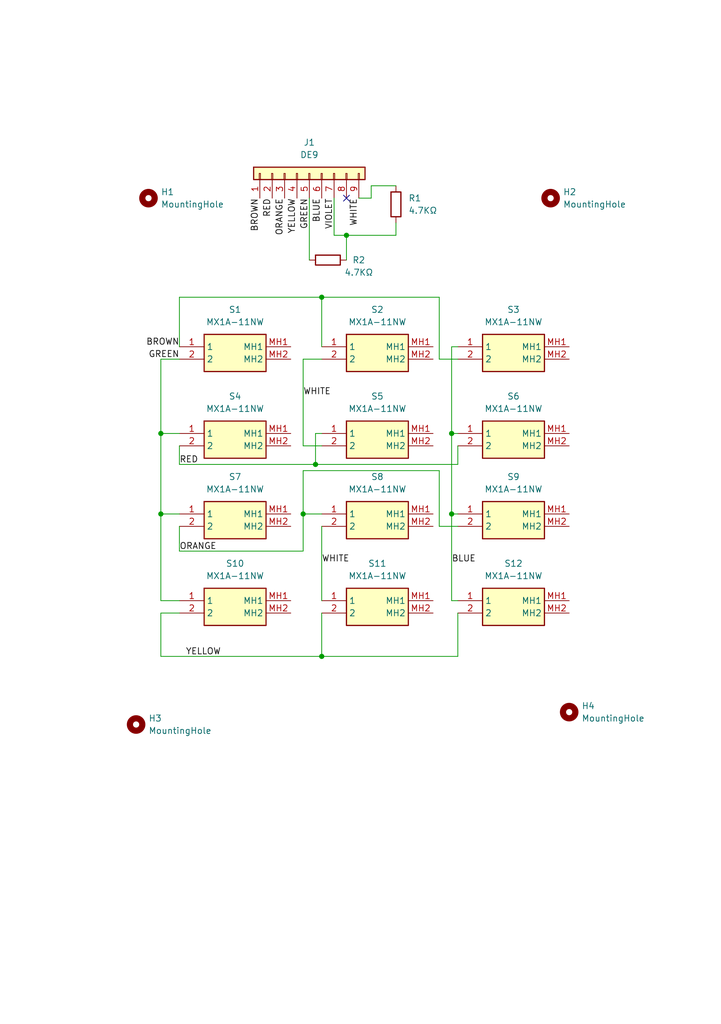
<source format=kicad_sch>
(kicad_sch (version 20230121) (generator eeschema)
  (paper "A5" portrait)
  (title_block (title "ATARI Video Touch Pad") (date "2023-09-12") (rev "INITIAL") (company "Brett Hallen") (comment 1 "youtube.com/@brfff"))
  (lib_symbols
    (symbol "Connector_Generic:Conn_01x09" (pin_names (offset 1.016) hide)
      (property "Reference" "J" (at 0 12.7 0))
      (property "Value" "Conn_01x09" (at 0 -12.7 0))
      (symbol "Conn_01x09_1_1"
        (rectangle (start -1.27 -10.033) (end 0 -10.287) (stroke (width 0.1524)))
        (rectangle (start -1.27 -7.493) (end 0 -7.747) (stroke (width 0.1524)))
        (rectangle (start -1.27 -4.953) (end 0 -5.207) (stroke (width 0.1524)))
        (rectangle (start -1.27 -2.413) (end 0 -2.667) (stroke (width 0.1524)))
        (rectangle (start -1.27 0.127) (end 0 -0.127) (stroke (width 0.1524)))
        (rectangle (start -1.27 2.667) (end 0 2.413) (stroke (width 0.1524)))
        (rectangle (start -1.27 5.207) (end 0 4.953) (stroke (width 0.1524)))
        (rectangle (start -1.27 7.747) (end 0 7.493) (stroke (width 0.1524)))
        (rectangle (start -1.27 10.287) (end 0 10.033) (stroke (width 0.1524)))
        (rectangle (start -1.27 11.43) (end 1.27 -11.43) (stroke (width 0.254)) (fill (type background)))
        (pin passive line (at -5.08 10.16 0) (length 3.81) (name "Pin_1") (number "1"))
        (pin passive line (at -5.08 7.62 0) (length 3.81) (name "Pin_2") (number "2"))
        (pin passive line (at -5.08 5.08 0) (length 3.81) (name "Pin_3") (number "3"))
        (pin passive line (at -5.08 2.54 0) (length 3.81) (name "Pin_4") (number "4"))
        (pin passive line (at -5.08 0 0) (length 3.81) (name "Pin_5") (number "5"))
        (pin passive line (at -5.08 -2.54 0) (length 3.81) (name "Pin_6") (number "6"))
        (pin passive line (at -5.08 -5.08 0) (length 3.81) (name "Pin_7") (number "7"))
        (pin passive line (at -5.08 -7.62 0) (length 3.81) (name "Pin_8") (number "8"))
        (pin passive line (at -5.08 -10.16 0) (length 3.81) (name "Pin_9") (number "9"))
      )
    )
    (symbol "Device:R" (pin_numbers hide) (pin_names (offset 0))
      (property "Reference" "R" (at 2.032 0 90))
      (property "Value" "R" (at 0 0 90))
      (symbol "R_0_1"
        (rectangle (start -1.016 -2.54) (end 1.016 2.54) (stroke (width 0.254)))
      )
      (symbol "R_1_1"
        (pin passive line (at 0 3.81 270) (length 1.27) (name "~") (number "1"))
        (pin passive line (at 0 -3.81 90) (length 1.27) (name "~") (number "2"))
      )
    )
    (symbol "MX1A-11NW:MX1A-11NW"
      (property "Reference" "S" (at 19.05 7.62 0))
      (property "Value" "MX1A-11NW" (at 19.05 5.08 0))
      (symbol "MX1A-11NW_1_1"
        (rectangle (start 5.08 2.54) (end 17.78 -5.08) (stroke (width 0.254)) (fill (type background)))
        (pin passive line (at 0 0 0) (length 5.08) (name "1") (number "1"))
        (pin passive line (at 0 -2.54 0) (length 5.08) (name "2") (number "2"))
        (pin passive line (at 22.86 0 180) (length 5.08) (name "MH1") (number "MH1"))
        (pin passive line (at 22.86 -2.54 180) (length 5.08) (name "MH2") (number "MH2"))
      )
    )
    (symbol "Mechanical:MountingHole" (pin_names (offset 1.016))
      (property "Reference" "H" (at 0 5.08 0))
      (property "Value" "MountingHole" (at 0 3.175 0))
      (symbol "MountingHole_0_1"
        (circle (center 0 0) (radius 1.27) (stroke (width 1.27)))
      )
    )
  )
  (junction (at 92.71 105.41))
  (junction (at 92.71 88.9))
  (junction (at 71.12 48.26))
  (junction (at 33.02 105.41))
  (junction (at 33.02 88.9))
  (junction (at 66.04 134.62))
  (junction (at 62.23 105.41))
  (junction (at 64.77 95.25))
  (junction (at 66.04 60.96))
  (no_connect (at 71.12 40.64))
  (wire (pts (xy 81.28 48.26) (xy 81.28 45.72)))
  (wire (pts (xy 66.04 107.95) (xy 66.04 123.19)))
  (wire (pts (xy 33.02 73.66) (xy 33.02 88.9)))
  (wire (pts (xy 92.71 71.12) (xy 93.98 71.12)))
  (wire (pts (xy 66.04 60.96) (xy 90.17 60.96)))
  (wire (pts (xy 71.12 48.26) (xy 81.28 48.26)))
  (wire (pts (xy 36.83 91.44) (xy 36.83 95.25)))
  (wire (pts (xy 36.83 113.03) (xy 62.23 113.03)))
  (wire (pts (xy 64.77 95.25) (xy 64.77 88.9)))
  (wire (pts (xy 62.23 105.41) (xy 66.04 105.41)))
  (wire (pts (xy 33.02 105.41) (xy 33.02 123.19)))
  (wire (pts (xy 36.83 60.96) (xy 66.04 60.96)))
  (wire (pts (xy 62.23 105.41) (xy 62.23 96.52)))
  (wire (pts (xy 33.02 134.62) (xy 66.04 134.62)))
  (wire (pts (xy 90.17 73.66) (xy 93.98 73.66)))
  (wire (pts (xy 63.5 40.64) (xy 63.5 53.34)))
  (wire (pts (xy 33.02 88.9) (xy 33.02 105.41)))
  (wire (pts (xy 90.17 60.96) (xy 90.17 73.66)))
  (wire (pts (xy 62.23 96.52) (xy 90.17 96.52)))
  (wire (pts (xy 36.83 107.95) (xy 36.83 113.03)))
  (wire (pts (xy 64.77 95.25) (xy 93.98 95.25)))
  (wire (pts (xy 62.23 91.44) (xy 66.04 91.44)))
  (wire (pts (xy 92.71 123.19) (xy 92.71 105.41)))
  (wire (pts (xy 66.04 73.66) (xy 62.23 73.66)))
  (wire (pts (xy 92.71 105.41) (xy 93.98 105.41)))
  (wire (pts (xy 36.83 95.25) (xy 64.77 95.25)))
  (wire (pts (xy 68.58 40.64) (xy 68.58 48.26)))
  (wire (pts (xy 33.02 123.19) (xy 36.83 123.19)))
  (wire (pts (xy 33.02 88.9) (xy 36.83 88.9)))
  (wire (pts (xy 33.02 105.41) (xy 36.83 105.41)))
  (wire (pts (xy 64.77 88.9) (xy 66.04 88.9)))
  (wire (pts (xy 93.98 134.62) (xy 93.98 125.73)))
  (wire (pts (xy 92.71 88.9) (xy 92.71 105.41)))
  (wire (pts (xy 73.66 40.64) (xy 76.2 40.64)))
  (wire (pts (xy 62.23 73.66) (xy 62.23 91.44)))
  (wire (pts (xy 62.23 113.03) (xy 62.23 105.41)))
  (wire (pts (xy 71.12 48.26) (xy 71.12 53.34)))
  (wire (pts (xy 33.02 125.73) (xy 33.02 134.62)))
  (wire (pts (xy 93.98 95.25) (xy 93.98 91.44)))
  (wire (pts (xy 36.83 71.12) (xy 36.83 60.96)))
  (wire (pts (xy 36.83 125.73) (xy 33.02 125.73)))
  (wire (pts (xy 66.04 71.12) (xy 66.04 60.96)))
  (wire (pts (xy 76.2 38.1) (xy 81.28 38.1)))
  (wire (pts (xy 90.17 96.52) (xy 90.17 107.95)))
  (wire (pts (xy 66.04 134.62) (xy 66.04 125.73)))
  (wire (pts (xy 93.98 123.19) (xy 92.71 123.19)))
  (wire (pts (xy 90.17 107.95) (xy 93.98 107.95)))
  (wire (pts (xy 36.83 73.66) (xy 33.02 73.66)))
  (wire (pts (xy 68.58 48.26) (xy 71.12 48.26)))
  (wire (pts (xy 93.98 88.9) (xy 92.71 88.9)))
  (wire (pts (xy 76.2 40.64) (xy 76.2 38.1)))
  (wire (pts (xy 92.71 88.9) (xy 92.71 71.12)))
  (wire (pts (xy 66.04 134.62) (xy 93.98 134.62)))
  (label "BLUE" (at 92.71 115.57 0))
  (label "YELLOW" (at 38.1 134.62 0))
  (label "BROWN" (at 53.34 40.64 270))
  (label "RED" (at 36.83 95.25 0))
  (label "GREEN" (at 36.83 73.66 180))
  (label "GREEN" (at 63.5 40.64 270))
  (label "BROWN" (at 36.83 71.12 180))
  (label "RED" (at 55.88 40.64 270))
  (label "WHITE" (at 73.66 40.64 270))
  (label "VIOLET" (at 68.58 40.64 270))
  (label "YELLOW" (at 60.96 40.64 270))
  (label "WHITE" (at 62.23 81.28 0))
  (label "ORANGE" (at 36.83 113.03 0))
  (label "WHITE" (at 66.04 115.57 0))
  (label "BLUE" (at 66.04 40.64 270))
  (label "ORANGE" (at 58.42 40.64 270))
  (symbol (lib_id "Mechanical:MountingHole") (at 116.84 146.05 0) (unit 1)
    (property "Reference" "H4" (at 119.38 144.78 0) (effects (justify left)))
    (property "Value" "MountingHole" (at 119.38 147.32 0) (effects (justify left)))
    (property "Footprint" "MountingHole:MountingHole_3.2mm_M3" (effects hide))
  )
  (symbol (lib_id "MX1A-11NW:MX1A-11NW") (at 66.04 105.41 0) (unit 1)
    (property "Reference" "S8" (at 77.47 97.79 0))
    (property "Value" "MX1A-11NW" (at 77.47 100.33 0))
    (property "Footprint" "MX1A-11NW:MX1A11NW" (effects hide))
    (property "Datasheet" "https://media.digikey.com/pdf/Data%20Sheets/Cherry%20PDFs/MX%20Series.pdf" (effects hide))
    (property "Height" "15.2" (effects hide))
    (property "Mouser Part Number" "540-MX1A-11NW" (effects hide))
    (property "Mouser Price/Stock" "https://www.mouser.co.uk/ProductDetail/CHERRY/MX1A-11NW?qs=5iusCjFLgR7487Rvpe7dvw%3D%3D" (effects hide))
    (property "Manufacturer_Name" "Cherry" (effects hide))
    (property "Manufacturer_Part_Number" "MX1A-11NW" (effects hide))
  )
  (symbol (lib_id "Device:R") (at 67.31 53.34 270) (unit 1)
    (property "Reference" "R2" (at 73.66 53.34 90))
    (property "Value" "4.7KΩ" (at 73.66 55.88 90))
    (property "Footprint" "Resistor_THT:R_Axial_DIN0207_L6.3mm_D2.5mm_P7.62mm_Horizontal" (effects hide))
  )
  (symbol (lib_id "Connector_Generic:Conn_01x09") (at 63.5 35.56 90) (unit 1)
    (property "Reference" "J1" (at 63.5 29.21 90))
    (property "Value" "DE9" (at 63.5 31.75 90))
    (property "Footprint" "Connector_PinHeader_2.54mm:PinHeader_1x09_P2.54mm_Horizontal" (effects hide))
  )
  (symbol (lib_id "MX1A-11NW:MX1A-11NW") (at 93.98 88.9 0) (unit 1)
    (property "Reference" "S6" (at 105.41 81.28 0))
    (property "Value" "MX1A-11NW" (at 105.41 83.82 0))
    (property "Footprint" "MX1A-11NW:MX1A11NW" (effects hide))
    (property "Datasheet" "https://media.digikey.com/pdf/Data%20Sheets/Cherry%20PDFs/MX%20Series.pdf" (effects hide))
    (property "Height" "15.2" (effects hide))
    (property "Mouser Part Number" "540-MX1A-11NW" (effects hide))
    (property "Mouser Price/Stock" "https://www.mouser.co.uk/ProductDetail/CHERRY/MX1A-11NW?qs=5iusCjFLgR7487Rvpe7dvw%3D%3D" (effects hide))
    (property "Manufacturer_Name" "Cherry" (effects hide))
    (property "Manufacturer_Part_Number" "MX1A-11NW" (effects hide))
  )
  (symbol (lib_id "MX1A-11NW:MX1A-11NW") (at 66.04 123.19 0) (unit 1)
    (property "Reference" "S11" (at 77.47 115.57 0))
    (property "Value" "MX1A-11NW" (at 77.47 118.11 0))
    (property "Footprint" "MX1A-11NW:MX1A11NW" (effects hide))
    (property "Datasheet" "https://media.digikey.com/pdf/Data%20Sheets/Cherry%20PDFs/MX%20Series.pdf" (effects hide))
    (property "Height" "15.2" (effects hide))
    (property "Mouser Part Number" "540-MX1A-11NW" (effects hide))
    (property "Mouser Price/Stock" "https://www.mouser.co.uk/ProductDetail/CHERRY/MX1A-11NW?qs=5iusCjFLgR7487Rvpe7dvw%3D%3D" (effects hide))
    (property "Manufacturer_Name" "Cherry" (effects hide))
    (property "Manufacturer_Part_Number" "MX1A-11NW" (effects hide))
  )
  (symbol (lib_id "MX1A-11NW:MX1A-11NW") (at 93.98 71.12 0) (unit 1)
    (property "Reference" "S3" (at 105.41 63.5 0))
    (property "Value" "MX1A-11NW" (at 105.41 66.04 0))
    (property "Footprint" "MX1A-11NW:MX1A11NW" (effects hide))
    (property "Datasheet" "https://media.digikey.com/pdf/Data%20Sheets/Cherry%20PDFs/MX%20Series.pdf" (effects hide))
    (property "Height" "15.2" (effects hide))
    (property "Mouser Part Number" "540-MX1A-11NW" (effects hide))
    (property "Mouser Price/Stock" "https://www.mouser.co.uk/ProductDetail/CHERRY/MX1A-11NW?qs=5iusCjFLgR7487Rvpe7dvw%3D%3D" (effects hide))
    (property "Manufacturer_Name" "Cherry" (effects hide))
    (property "Manufacturer_Part_Number" "MX1A-11NW" (effects hide))
  )
  (symbol (lib_id "Device:R") (at 81.28 41.91 0) (unit 1)
    (property "Reference" "R1" (at 83.82 40.64 0) (effects (justify left)))
    (property "Value" "4.7KΩ" (at 83.82 43.18 0) (effects (justify left)))
    (property "Footprint" "Resistor_THT:R_Axial_DIN0207_L6.3mm_D2.5mm_P7.62mm_Horizontal" (effects hide))
  )
  (symbol (lib_id "MX1A-11NW:MX1A-11NW") (at 36.83 71.12 0) (unit 1)
    (property "Reference" "S1" (at 48.26 63.5 0))
    (property "Value" "MX1A-11NW" (at 48.26 66.04 0))
    (property "Footprint" "MX1A-11NW:MX1A11NW" (effects hide))
    (property "Datasheet" "https://media.digikey.com/pdf/Data%20Sheets/Cherry%20PDFs/MX%20Series.pdf" (effects hide))
    (property "Height" "15.2" (effects hide))
    (property "Mouser Part Number" "540-MX1A-11NW" (effects hide))
    (property "Mouser Price/Stock" "https://www.mouser.co.uk/ProductDetail/CHERRY/MX1A-11NW?qs=5iusCjFLgR7487Rvpe7dvw%3D%3D" (effects hide))
    (property "Manufacturer_Name" "Cherry" (effects hide))
    (property "Manufacturer_Part_Number" "MX1A-11NW" (effects hide))
  )
  (symbol (lib_id "MX1A-11NW:MX1A-11NW") (at 66.04 71.12 0) (unit 1)
    (property "Reference" "S2" (at 77.47 63.5 0))
    (property "Value" "MX1A-11NW" (at 77.47 66.04 0))
    (property "Footprint" "MX1A-11NW:MX1A11NW" (effects hide))
    (property "Datasheet" "https://media.digikey.com/pdf/Data%20Sheets/Cherry%20PDFs/MX%20Series.pdf" (effects hide))
    (property "Height" "15.2" (effects hide))
    (property "Mouser Part Number" "540-MX1A-11NW" (effects hide))
    (property "Mouser Price/Stock" "https://www.mouser.co.uk/ProductDetail/CHERRY/MX1A-11NW?qs=5iusCjFLgR7487Rvpe7dvw%3D%3D" (effects hide))
    (property "Manufacturer_Name" "Cherry" (effects hide))
    (property "Manufacturer_Part_Number" "MX1A-11NW" (effects hide))
  )
  (symbol (lib_id "MX1A-11NW:MX1A-11NW") (at 93.98 105.41 0) (unit 1)
    (property "Reference" "S9" (at 105.41 97.79 0))
    (property "Value" "MX1A-11NW" (at 105.41 100.33 0))
    (property "Footprint" "MX1A-11NW:MX1A11NW" (effects hide))
    (property "Datasheet" "https://media.digikey.com/pdf/Data%20Sheets/Cherry%20PDFs/MX%20Series.pdf" (effects hide))
    (property "Height" "15.2" (effects hide))
    (property "Mouser Part Number" "540-MX1A-11NW" (effects hide))
    (property "Mouser Price/Stock" "https://www.mouser.co.uk/ProductDetail/CHERRY/MX1A-11NW?qs=5iusCjFLgR7487Rvpe7dvw%3D%3D" (effects hide))
    (property "Manufacturer_Name" "Cherry" (effects hide))
    (property "Manufacturer_Part_Number" "MX1A-11NW" (effects hide))
  )
  (symbol (lib_id "Mechanical:MountingHole") (at 27.94 148.59 0) (unit 1)
    (property "Reference" "H3" (at 30.48 147.32 0) (effects (justify left)))
    (property "Value" "MountingHole" (at 30.48 149.86 0) (effects (justify left)))
    (property "Footprint" "MountingHole:MountingHole_3.2mm_M3" (effects hide))
  )
  (symbol (lib_id "Mechanical:MountingHole") (at 30.48 40.64 0) (unit 1)
    (property "Reference" "H1" (at 33.02 39.37 0) (effects (justify left)))
    (property "Value" "MountingHole" (at 33.02 41.91 0) (effects (justify left)))
    (property "Footprint" "MountingHole:MountingHole_3.2mm_M3" (effects hide))
  )
  (symbol (lib_id "MX1A-11NW:MX1A-11NW") (at 36.83 88.9 0) (unit 1)
    (property "Reference" "S4" (at 48.26 81.28 0))
    (property "Value" "MX1A-11NW" (at 48.26 83.82 0))
    (property "Footprint" "MX1A-11NW:MX1A11NW" (effects hide))
    (property "Datasheet" "https://media.digikey.com/pdf/Data%20Sheets/Cherry%20PDFs/MX%20Series.pdf" (effects hide))
    (property "Height" "15.2" (effects hide))
    (property "Mouser Part Number" "540-MX1A-11NW" (effects hide))
    (property "Mouser Price/Stock" "https://www.mouser.co.uk/ProductDetail/CHERRY/MX1A-11NW?qs=5iusCjFLgR7487Rvpe7dvw%3D%3D" (effects hide))
    (property "Manufacturer_Name" "Cherry" (effects hide))
    (property "Manufacturer_Part_Number" "MX1A-11NW" (effects hide))
  )
  (symbol (lib_id "Mechanical:MountingHole") (at 113.03 40.64 0) (unit 1)
    (property "Reference" "H2" (at 115.57 39.37 0) (effects (justify left)))
    (property "Value" "MountingHole" (at 115.57 41.91 0) (effects (justify left)))
    (property "Footprint" "MountingHole:MountingHole_3.2mm_M3" (effects hide))
  )
  (symbol (lib_id "MX1A-11NW:MX1A-11NW") (at 66.04 88.9 0) (unit 1)
    (property "Reference" "S5" (at 77.47 81.28 0))
    (property "Value" "MX1A-11NW" (at 77.47 83.82 0))
    (property "Footprint" "MX1A-11NW:MX1A11NW" (effects hide))
    (property "Datasheet" "https://media.digikey.com/pdf/Data%20Sheets/Cherry%20PDFs/MX%20Series.pdf" (effects hide))
    (property "Height" "15.2" (effects hide))
    (property "Mouser Part Number" "540-MX1A-11NW" (effects hide))
    (property "Mouser Price/Stock" "https://www.mouser.co.uk/ProductDetail/CHERRY/MX1A-11NW?qs=5iusCjFLgR7487Rvpe7dvw%3D%3D" (effects hide))
    (property "Manufacturer_Name" "Cherry" (effects hide))
    (property "Manufacturer_Part_Number" "MX1A-11NW" (effects hide))
  )
  (symbol (lib_id "MX1A-11NW:MX1A-11NW") (at 93.98 123.19 0) (unit 1)
    (property "Reference" "S12" (at 105.41 115.57 0))
    (property "Value" "MX1A-11NW" (at 105.41 118.11 0))
    (property "Footprint" "MX1A-11NW:MX1A11NW" (effects hide))
    (property "Datasheet" "https://media.digikey.com/pdf/Data%20Sheets/Cherry%20PDFs/MX%20Series.pdf" (effects hide))
    (property "Height" "15.2" (effects hide))
    (property "Mouser Part Number" "540-MX1A-11NW" (effects hide))
    (property "Mouser Price/Stock" "https://www.mouser.co.uk/ProductDetail/CHERRY/MX1A-11NW?qs=5iusCjFLgR7487Rvpe7dvw%3D%3D" (effects hide))
    (property "Manufacturer_Name" "Cherry" (effects hide))
    (property "Manufacturer_Part_Number" "MX1A-11NW" (effects hide))
  )
  (symbol (lib_id "MX1A-11NW:MX1A-11NW") (at 36.83 123.19 0) (unit 1)
    (property "Reference" "S10" (at 48.26 115.57 0))
    (property "Value" "MX1A-11NW" (at 48.26 118.11 0))
    (property "Footprint" "MX1A-11NW:MX1A11NW" (effects hide))
    (property "Datasheet" "https://media.digikey.com/pdf/Data%20Sheets/Cherry%20PDFs/MX%20Series.pdf" (effects hide))
    (property "Height" "15.2" (effects hide))
    (property "Mouser Part Number" "540-MX1A-11NW" (effects hide))
    (property "Mouser Price/Stock" "https://www.mouser.co.uk/ProductDetail/CHERRY/MX1A-11NW?qs=5iusCjFLgR7487Rvpe7dvw%3D%3D" (effects hide))
    (property "Manufacturer_Name" "Cherry" (effects hide))
    (property "Manufacturer_Part_Number" "MX1A-11NW" (effects hide))
  )
  (symbol (lib_id "MX1A-11NW:MX1A-11NW") (at 36.83 105.41 0) (unit 1)
    (property "Reference" "S7" (at 48.26 97.79 0))
    (property "Value" "MX1A-11NW" (at 48.26 100.33 0))
    (property "Footprint" "MX1A-11NW:MX1A11NW" (effects hide))
    (property "Datasheet" "https://media.digikey.com/pdf/Data%20Sheets/Cherry%20PDFs/MX%20Series.pdf" (effects hide))
    (property "Height" "15.2" (effects hide))
    (property "Mouser Part Number" "540-MX1A-11NW" (effects hide))
    (property "Mouser Price/Stock" "https://www.mouser.co.uk/ProductDetail/CHERRY/MX1A-11NW?qs=5iusCjFLgR7487Rvpe7dvw%3D%3D" (effects hide))
    (property "Manufacturer_Name" "Cherry" (effects hide))
    (property "Manufacturer_Part_Number" "MX1A-11NW" (effects hide))
  )
)
</source>
